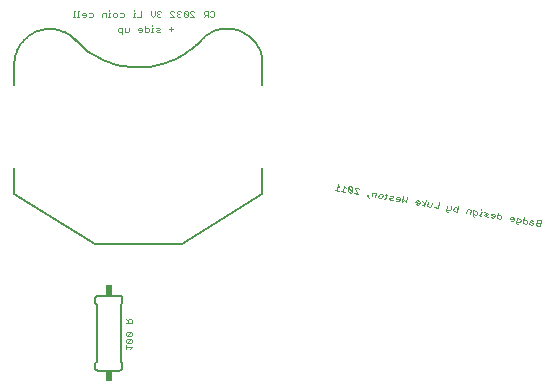
<source format=gbo>
G75*
G70*
%OFA0B0*%
%FSLAX24Y24*%
%IPPOS*%
%LPD*%
%AMOC8*
5,1,8,0,0,1.08239X$1,22.5*
%
%ADD10C,0.0040*%
%ADD11C,0.0080*%
%ADD12C,0.0060*%
%ADD13R,0.0240X0.0340*%
D10*
X012530Y007150D02*
X012530Y007284D01*
X012530Y007217D02*
X012730Y007217D01*
X012664Y007150D01*
X012697Y007371D02*
X012730Y007404D01*
X012730Y007471D01*
X012697Y007505D01*
X012563Y007371D01*
X012530Y007404D01*
X012530Y007471D01*
X012563Y007505D01*
X012697Y007505D01*
X012697Y007592D02*
X012730Y007625D01*
X012730Y007692D01*
X012697Y007726D01*
X012563Y007592D01*
X012530Y007625D01*
X012530Y007692D01*
X012563Y007726D01*
X012697Y007726D01*
X012697Y007592D02*
X012563Y007592D01*
X012563Y007371D02*
X012697Y007371D01*
X012730Y008034D02*
X012530Y008034D01*
X012597Y008034D02*
X012597Y008134D01*
X012630Y008168D01*
X012697Y008168D01*
X012730Y008134D01*
X012730Y008034D01*
X012597Y008101D02*
X012530Y008168D01*
X019467Y012458D02*
X019598Y012435D01*
X019533Y012447D02*
X019567Y012644D01*
X019621Y012566D01*
X019685Y012420D02*
X019816Y012397D01*
X019750Y012408D02*
X019785Y012605D01*
X019839Y012528D01*
X019931Y012546D02*
X020039Y012391D01*
X020001Y012364D01*
X019935Y012376D01*
X019908Y012414D01*
X019931Y012546D01*
X019970Y012573D01*
X020035Y012561D01*
X020062Y012523D01*
X020039Y012391D01*
X020120Y012343D02*
X020251Y012320D01*
X020143Y012475D01*
X020149Y012507D01*
X020187Y012535D01*
X020253Y012523D01*
X020280Y012484D01*
X020554Y012301D02*
X020587Y012295D01*
X020581Y012262D01*
X020548Y012268D01*
X020554Y012301D01*
X020548Y012268D02*
X020602Y012190D01*
X020700Y012241D02*
X020717Y012339D01*
X020756Y012367D01*
X020855Y012349D01*
X020831Y012218D01*
X020923Y012235D02*
X020935Y012301D01*
X020974Y012328D01*
X021039Y012317D01*
X021066Y012278D01*
X021055Y012212D01*
X021016Y012185D01*
X020950Y012197D01*
X020923Y012235D01*
X021128Y012165D02*
X021167Y012193D01*
X021190Y012324D01*
X021152Y012297D02*
X021217Y012285D01*
X021303Y012270D02*
X021402Y012253D01*
X021429Y012214D01*
X021390Y012187D01*
X021325Y012199D01*
X021286Y012172D01*
X021313Y012133D01*
X021412Y012116D01*
X021509Y012166D02*
X021641Y012143D01*
X021647Y012176D02*
X021620Y012214D01*
X021554Y012226D01*
X021515Y012199D01*
X021509Y012166D01*
X021531Y012095D02*
X021596Y012083D01*
X021635Y012110D01*
X021647Y012176D01*
X021715Y012062D02*
X021750Y012259D01*
X021882Y012236D02*
X021847Y012039D01*
X021793Y012116D01*
X021715Y012062D01*
X022162Y012051D02*
X022294Y012028D01*
X022299Y012061D02*
X022272Y012099D01*
X022207Y012111D01*
X022168Y012084D01*
X022162Y012051D01*
X022184Y011980D02*
X022249Y011968D01*
X022288Y011995D01*
X022299Y012061D01*
X022388Y012079D02*
X022475Y011996D01*
X022365Y011948D01*
X022463Y011930D02*
X022498Y012127D01*
X022573Y012046D02*
X022550Y011915D01*
X022648Y011898D01*
X022687Y011925D01*
X022704Y012023D01*
X022767Y011877D02*
X022899Y011854D01*
X022933Y012051D01*
X023226Y011931D02*
X023197Y011767D01*
X023224Y011729D01*
X023256Y011723D01*
X023301Y011783D02*
X023202Y011800D01*
X023301Y011783D02*
X023340Y011810D01*
X023357Y011908D01*
X023437Y011860D02*
X023476Y011887D01*
X023575Y011870D01*
X023586Y011936D02*
X023551Y011738D01*
X023453Y011756D01*
X023426Y011794D01*
X023437Y011860D01*
X023873Y011783D02*
X023855Y011685D01*
X023873Y011783D02*
X023911Y011811D01*
X024010Y011793D01*
X023987Y011662D01*
X024073Y011647D02*
X024171Y011629D01*
X024210Y011656D01*
X024222Y011722D01*
X024194Y011761D01*
X024096Y011778D01*
X024067Y011614D01*
X024094Y011575D01*
X024127Y011569D01*
X024284Y011609D02*
X024349Y011598D01*
X024316Y011604D02*
X024340Y011735D01*
X024372Y011729D01*
X024351Y011801D02*
X024357Y011834D01*
X024459Y011714D02*
X024557Y011697D01*
X024584Y011658D01*
X024546Y011631D01*
X024480Y011643D01*
X024441Y011616D01*
X024468Y011577D01*
X024567Y011560D01*
X024665Y011610D02*
X024796Y011587D01*
X024802Y011620D02*
X024775Y011658D01*
X024709Y011670D01*
X024670Y011643D01*
X024665Y011610D01*
X024686Y011539D02*
X024752Y011527D01*
X024790Y011554D01*
X024802Y011620D01*
X024894Y011637D02*
X024992Y011620D01*
X025019Y011581D01*
X025008Y011516D01*
X024969Y011489D01*
X024871Y011506D01*
X024905Y011703D01*
X025323Y011528D02*
X025317Y011495D01*
X025449Y011472D01*
X025455Y011505D02*
X025428Y011543D01*
X025362Y011555D01*
X025323Y011528D01*
X025339Y011424D02*
X025404Y011412D01*
X025443Y011439D01*
X025455Y011505D01*
X025547Y011522D02*
X025645Y011505D01*
X025672Y011466D01*
X025661Y011401D01*
X025622Y011374D01*
X025523Y011391D01*
X025518Y011358D02*
X025547Y011522D01*
X025518Y011358D02*
X025545Y011319D01*
X025578Y011314D01*
X025741Y011353D02*
X025776Y011550D01*
X025764Y011484D02*
X025863Y011467D01*
X025890Y011428D01*
X025878Y011362D01*
X025840Y011335D01*
X025741Y011353D01*
X025959Y011314D02*
X026057Y011297D01*
X026096Y011324D01*
X026069Y011363D01*
X025970Y011380D01*
X025976Y011413D02*
X025959Y011314D01*
X025976Y011413D02*
X026015Y011440D01*
X026080Y011428D01*
X026199Y011407D02*
X026226Y011369D01*
X026325Y011351D01*
X026308Y011253D02*
X026209Y011270D01*
X026182Y011309D01*
X026188Y011342D01*
X026226Y011369D01*
X026199Y011407D02*
X026205Y011440D01*
X026244Y011467D01*
X026342Y011450D01*
X026308Y011253D01*
X015456Y018251D02*
X015422Y018218D01*
X015356Y018218D01*
X015322Y018251D01*
X015235Y018284D02*
X015135Y018284D01*
X015101Y018318D01*
X015101Y018384D01*
X015135Y018418D01*
X015235Y018418D01*
X015235Y018218D01*
X015168Y018284D02*
X015101Y018218D01*
X015322Y018384D02*
X015356Y018418D01*
X015422Y018418D01*
X015456Y018384D01*
X015456Y018251D01*
X014793Y018218D02*
X014659Y018351D01*
X014659Y018384D01*
X014693Y018418D01*
X014759Y018418D01*
X014793Y018384D01*
X014793Y018218D02*
X014659Y018218D01*
X014572Y018251D02*
X014438Y018384D01*
X014438Y018251D01*
X014472Y018218D01*
X014538Y018218D01*
X014572Y018251D01*
X014572Y018384D01*
X014538Y018418D01*
X014472Y018418D01*
X014438Y018384D01*
X014351Y018384D02*
X014317Y018418D01*
X014251Y018418D01*
X014217Y018384D01*
X014217Y018351D01*
X014251Y018318D01*
X014217Y018284D01*
X014217Y018251D01*
X014251Y018218D01*
X014317Y018218D01*
X014351Y018251D01*
X014284Y018318D02*
X014251Y018318D01*
X014130Y018384D02*
X014096Y018418D01*
X014030Y018418D01*
X013996Y018384D01*
X013996Y018351D01*
X014130Y018218D01*
X013996Y018218D01*
X013688Y018251D02*
X013654Y018218D01*
X013588Y018218D01*
X013554Y018251D01*
X013554Y018284D01*
X013588Y018318D01*
X013621Y018318D01*
X013588Y018318D02*
X013554Y018351D01*
X013554Y018384D01*
X013588Y018418D01*
X013654Y018418D01*
X013688Y018384D01*
X013467Y018418D02*
X013467Y018284D01*
X013400Y018218D01*
X013333Y018284D01*
X013333Y018418D01*
X013025Y018418D02*
X013025Y018218D01*
X012891Y018218D01*
X012804Y018218D02*
X012737Y018218D01*
X012770Y018218D02*
X012770Y018351D01*
X012804Y018351D01*
X012770Y018418D02*
X012770Y018451D01*
X012436Y018318D02*
X012436Y018251D01*
X012402Y018218D01*
X012302Y018218D01*
X012215Y018251D02*
X012181Y018218D01*
X012114Y018218D01*
X012081Y018251D01*
X012081Y018318D01*
X012114Y018351D01*
X012181Y018351D01*
X012215Y018318D01*
X012215Y018251D01*
X012302Y018351D02*
X012402Y018351D01*
X012436Y018318D01*
X011994Y018351D02*
X011960Y018351D01*
X011960Y018218D01*
X011927Y018218D02*
X011994Y018218D01*
X011846Y018218D02*
X011846Y018351D01*
X011746Y018351D01*
X011713Y018318D01*
X011713Y018218D01*
X011404Y018251D02*
X011371Y018218D01*
X011271Y018218D01*
X011183Y018251D02*
X011183Y018318D01*
X011150Y018351D01*
X011083Y018351D01*
X011050Y018318D01*
X011050Y018284D01*
X011183Y018284D01*
X011183Y018251D02*
X011150Y018218D01*
X011083Y018218D01*
X010962Y018218D02*
X010896Y018218D01*
X010929Y018218D02*
X010929Y018418D01*
X010962Y018418D01*
X010815Y018418D02*
X010782Y018418D01*
X010782Y018218D01*
X010815Y018218D02*
X010748Y018218D01*
X011271Y018351D02*
X011371Y018351D01*
X011404Y018318D01*
X011404Y018251D01*
X011960Y018418D02*
X011960Y018451D01*
X012289Y017851D02*
X012255Y017818D01*
X012255Y017751D01*
X012289Y017718D01*
X012389Y017718D01*
X012389Y017651D02*
X012389Y017851D01*
X012289Y017851D01*
X012476Y017851D02*
X012476Y017718D01*
X012576Y017718D01*
X012610Y017751D01*
X012610Y017851D01*
X012918Y017818D02*
X012918Y017784D01*
X013052Y017784D01*
X013052Y017751D02*
X013052Y017818D01*
X013018Y017851D01*
X012951Y017851D01*
X012918Y017818D01*
X012951Y017718D02*
X013018Y017718D01*
X013052Y017751D01*
X013139Y017718D02*
X013139Y017918D01*
X013139Y017851D02*
X013239Y017851D01*
X013273Y017818D01*
X013273Y017751D01*
X013239Y017718D01*
X013139Y017718D01*
X013353Y017718D02*
X013420Y017718D01*
X013386Y017718D02*
X013386Y017851D01*
X013420Y017851D01*
X013386Y017918D02*
X013386Y017951D01*
X013507Y017851D02*
X013607Y017851D01*
X013641Y017818D01*
X013607Y017784D01*
X013541Y017784D01*
X013507Y017751D01*
X013541Y017718D01*
X013641Y017718D01*
X013949Y017818D02*
X014083Y017818D01*
X014016Y017884D02*
X014016Y017751D01*
D11*
X015015Y017437D02*
X015062Y017486D01*
X015110Y017533D01*
X015162Y017577D01*
X015216Y017618D01*
X015272Y017656D01*
X015331Y017690D01*
X015391Y017721D01*
X015453Y017749D01*
X015516Y017772D01*
X015581Y017792D01*
X015647Y017809D01*
X015714Y017821D01*
X015781Y017830D01*
X015848Y017834D01*
X015916Y017835D01*
X015984Y017832D01*
X016051Y017824D01*
X016118Y017813D01*
X016184Y017798D01*
X016249Y017780D01*
X016313Y017757D01*
X016376Y017731D01*
X016437Y017701D01*
X016496Y017668D01*
X016553Y017631D01*
X016608Y017592D01*
X016660Y017549D01*
X016710Y017503D01*
X016757Y017454D01*
X016801Y017403D01*
X016842Y017349D01*
X016880Y017293D01*
X016915Y017234D01*
X016946Y017174D01*
X016974Y017112D01*
X016998Y017049D01*
X017018Y016984D01*
X017035Y016919D01*
X017047Y016852D01*
X017056Y016785D01*
X017061Y016717D01*
X017062Y016650D01*
X017063Y016649D02*
X017063Y015941D01*
X017063Y013185D02*
X017063Y012318D01*
X014385Y010665D01*
X011472Y010665D01*
X008795Y012318D01*
X008795Y013185D01*
X008795Y015941D02*
X008795Y016649D01*
X008797Y016717D01*
X008804Y016783D01*
X008814Y016850D01*
X008828Y016915D01*
X008845Y016980D01*
X008866Y017044D01*
X008891Y017106D01*
X008919Y017167D01*
X008951Y017226D01*
X008986Y017284D01*
X009024Y017339D01*
X009066Y017392D01*
X009110Y017442D01*
X009157Y017490D01*
X009207Y017535D01*
X009259Y017577D01*
X009313Y017616D01*
X009370Y017652D01*
X009428Y017685D01*
X009489Y017715D01*
X009551Y017740D01*
X009614Y017763D01*
X009679Y017781D01*
X009744Y017796D01*
X009810Y017808D01*
X009877Y017815D01*
X009944Y017819D01*
X010011Y017818D01*
X010078Y017814D01*
X010145Y017807D01*
X010211Y017795D01*
X010276Y017780D01*
X010340Y017761D01*
X010404Y017738D01*
X010465Y017712D01*
X010526Y017682D01*
X010584Y017649D01*
X010640Y017613D01*
X010695Y017573D01*
X010747Y017531D01*
X010796Y017485D01*
X010843Y017437D01*
X010803Y017476D02*
X010899Y017376D01*
X011000Y017280D01*
X011105Y017190D01*
X011215Y017104D01*
X011329Y017024D01*
X011446Y016950D01*
X011567Y016882D01*
X011691Y016819D01*
X011818Y016762D01*
X011947Y016712D01*
X012079Y016668D01*
X012213Y016630D01*
X012348Y016599D01*
X012485Y016574D01*
X012623Y016556D01*
X012761Y016545D01*
X012900Y016540D01*
X013039Y016542D01*
X013178Y016551D01*
X013316Y016566D01*
X013453Y016588D01*
X013589Y016617D01*
X013723Y016652D01*
X013856Y016694D01*
X013986Y016742D01*
X014114Y016796D01*
X014239Y016857D01*
X014362Y016923D01*
X014480Y016995D01*
X014595Y017073D01*
X014707Y017156D01*
X014814Y017245D01*
X014917Y017338D01*
X015015Y017437D01*
D12*
X011488Y006688D02*
X011488Y006538D01*
X011490Y006521D01*
X011494Y006504D01*
X011501Y006488D01*
X011511Y006474D01*
X011524Y006461D01*
X011538Y006451D01*
X011554Y006444D01*
X011571Y006440D01*
X011588Y006438D01*
X012288Y006438D01*
X012305Y006440D01*
X012322Y006444D01*
X012338Y006451D01*
X012352Y006461D01*
X012365Y006474D01*
X012375Y006488D01*
X012382Y006504D01*
X012386Y006521D01*
X012388Y006538D01*
X012388Y006688D01*
X012338Y006738D01*
X012338Y008638D01*
X012388Y008688D01*
X012388Y008838D01*
X012386Y008855D01*
X012382Y008872D01*
X012375Y008888D01*
X012365Y008902D01*
X012352Y008915D01*
X012338Y008925D01*
X012322Y008932D01*
X012305Y008936D01*
X012288Y008938D01*
X011588Y008938D01*
X011571Y008936D01*
X011554Y008932D01*
X011538Y008925D01*
X011524Y008915D01*
X011511Y008902D01*
X011501Y008888D01*
X011494Y008872D01*
X011490Y008855D01*
X011488Y008838D01*
X011488Y008688D01*
X011538Y008638D01*
X011538Y006738D01*
X011488Y006688D01*
D13*
X011938Y006268D03*
X011938Y009108D03*
M02*

</source>
